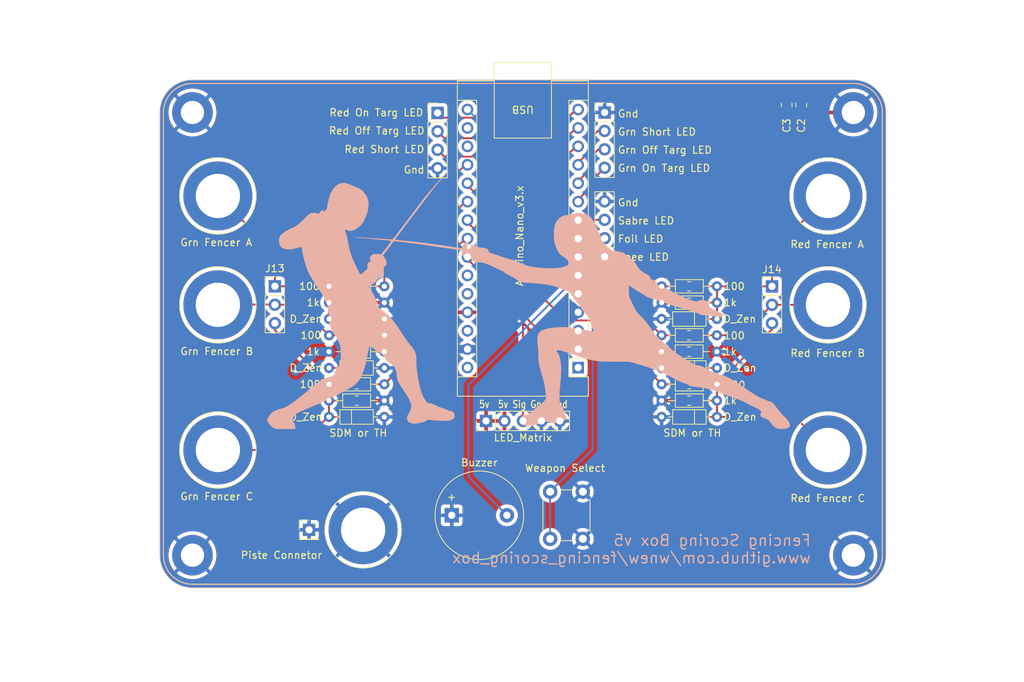
<source format=kicad_pcb>
(kicad_pcb (version 20240108) (generator "pcbnew") (generator_version "8.0")
  (layers (0 "F.Cu" signal) (31 "B.Cu" signal) (34 "B.Paste" user) (35 "F.Paste" user) (36 "B.SilkS" user "B.Silkscreen") (37 "F.SilkS" user "F.Silkscreen") (38 "B.Mask" user) (39 "F.Mask" user) (44 "Edge.Cuts" user))
  (net 0 "")
  (net 1 "Red_C")
  (net 2 "GND")
  (net 3 "Grn_B")
  (net 4 "Grn_C")
  (net 5 "Red_B")
  (net 6 "Red_A")
  (net 7 "Grn_A")
  (net 8 "VCC")
  (net 9 "buzzer")
  (net 10 "Red_Short_LED")
  (net 11 "Red_OffT_LED")
  (net 12 "Red_OnT_LED")
  (net 13 "Grn_OnT_LED")
  (net 14 "Grn_OffT_LED")
  (net 15 "Grn_Short_LED")
  (net 16 "button")
  (net 17 "display1")
  (net 19 "mode_led_epee")
  (net 23 "mode_led_foil")
  (net 27 "mode_led_sabre")
  (net 30 "Red_C_out")
  (net 31 "Red_A_out")
  (net 32 "Red_B_out")
  (net 33 "Grn_C_out")
  (net 34 "Grn_A_out")
  (net 35 "Grn_B_out")
  (footprint "MountingHole:MountingHole_3.2mm_M3_DIN965_Pad" (layer "F.Cu") (at 181.46 46.006)
    (property "Reference" "H3" (hide yes))
    (property "Value" "Mounting Hole" (hide yes))
    (pad "1" thru_hole circle (at 0 0) (size 5.6 5.6) (drill 3.2) (layers "*.Cu" "*.Mask") (net 2 "GND"))
  )
  (footprint "MountingHole:MountingHole_3.2mm_M3_DIN965_Pad" (layer "F.Cu") (at 90.46 107.006)
    (property "Reference" "H4" (hide yes))
    (property "Value" "Mounting Hole" (hide yes))
    (pad "1" thru_hole circle (at 0 0) (size 5.6 5.6) (drill 3.2) (layers "*.Cu" "*.Mask") (net 2 "GND"))
  )
  (footprint "my_library:resistor_THT_and_0805" (layer "F.Cu") (at 155.05 76.706)
    (property "Reference" "R21" (hide yes))
    (property "Value" "100" (at 10.01 0.05 0) (layer "F.SilkS"))
    (pad "1" thru_hole circle (at 0 0) (size 1.4 1.4) (drill 0.7) (layers "*.Cu" "*.Mask") (net 5 "Red_B"))
    (pad "1" smd roundrect (at 2.8 0) (size 1.2 1.4) (layers "F.Cu" "F.Paste" "F.Mask") (roundrect_rratio 0.208333) (net 5 "Red_B"))
    (pad "2" smd roundrect (at 4.8 0) (size 1.2 1.4) (layers "F.Cu" "F.Paste" "F.Mask") (roundrect_rratio 0.208333) (net 32 "Red_B_out"))
    (pad "2" thru_hole oval (at 7.62 0) (size 1.4 1.4) (drill 0.7) (layers "*.Cu" "*.Mask") (net 32 "Red_B_out"))
  )
  (footprint "my_library:resistor_THT_and_0805" (layer "F.Cu") (at 116.88 85.706 180)
    (property "Reference" "R10" (hide yes))
    (property "Value" "1k" (at 9.75 0 0) (layer "F.SilkS"))
    (pad "1" thru_hole circle (at 0 0 180) (size 1.4 1.4) (drill 0.7) (layers "*.Cu" "*.Mask") (net 2 "GND"))
    (pad "1" smd roundrect (at 2.8 0 180) (size 1.2 1.4) (layers "F.Cu" "F.Paste" "F.Mask") (roundrect_rratio 0.208333) (net 2 "GND"))
    (pad "2" smd roundrect (at 4.8 0 180) (size 1.2 1.4) (layers "F.Cu" "F.Paste" "F.Mask") (roundrect_rratio 0.208333) (net 33 "Grn_C_out"))
    (pad "2" thru_hole oval (at 7.62 0 180) (size 1.4 1.4) (drill 0.7) (layers "*.Cu" "*.Mask") (net 33 "Grn_C_out"))
  )
  (footprint "Connector_PinHeader_2.54mm:PinHeader_1x05_P2.54mm_Vertical" (layer "F.Cu") (at 130.885 88.506 90)
    (property "Reference" "J1" (hide yes))
    (property "Value" "LED_Matrix" (at -2.3 5.075 0) (layer "F.SilkS"))
    (pad "1" thru_hole rect (at 0 0 90) (size 1.7 1.7) (drill 1) (layers "*.Cu" "*.Mask") (net 8 "VCC"))
    (pad "2" thru_hole oval (at 0 2.54 90) (size 1.7 1.7) (drill 1) (layers "*.Cu" "*.Mask") (net 8 "VCC"))
    (pad "3" thru_hole oval (at 0 5.08 90) (size 1.7 1.7) (drill 1) (layers "*.Cu" "*.Mask") (net 17 "display1"))
    (pad "4" thru_hole oval (at 0 7.62 90) (size 1.7 1.7) (drill 1) (layers "*.Cu" "*.Mask") (net 2 "GND"))
    (pad "5" thru_hole oval (at 0 10.16 90) (size 1.7 1.7) (drill 1) (layers "*.Cu" "*.Mask") (net 2 "GND"))
  )
  (footprint "Connector_PinHeader_2.54mm:PinHeader_1x04_P2.54mm_Vertical" (layer "F.Cu") (at 124.21 46.066)
    (property "Reference" "J4" (hide yes))
    (property "Value" "Red LEDs" (hide yes))
    (pad "1" thru_hole rect (at 0 0) (size 1.7 1.7) (drill 1) (layers "*.Cu" "*.Mask") (net 12 "Red_OnT_LED"))
    (pad "2" thru_hole oval (at 0 2.54) (size 1.7 1.7) (drill 1) (layers "*.Cu" "*.Mask") (net 11 "Red_OffT_LED"))
    (pad "3" thru_hole oval (at 0 5.08) (size 1.7 1.7) (drill 1) (layers "*.Cu" "*.Mask") (net 10 "Red_Short_LED"))
    (pad "4" thru_hole oval (at 0 7.62) (size 1.7 1.7) (drill 1) (layers "*.Cu" "*.Mask") (net 2 "GND"))
  )
  (footprint "Connector_PinHeader_2.54mm:PinHeader_1x01_P2.54mm_Vertical" (layer "F.Cu") (at 106.51 103.506)
    (property "Reference" "J3" (hide yes))
    (property "Value" "Conn_01x01" (hide yes))
    (pad "1" thru_hole rect (at 0 0) (size 1.7 1.7) (drill 1) (layers "*.Cu" "*.Mask") (net 2 "GND"))
  )
  (footprint "my_library:resistor_THT_and_0805" (layer "F.Cu") (at 116.88 72.206 180)
    (property "Reference" "R11" (hide yes))
    (property "Value" "1k" (at 9.8 0 0) (layer "F.SilkS"))
    (pad "1" thru_hole circle (at 0 0 180) (size 1.4 1.4) (drill 0.7) (layers "*.Cu" "*.Mask") (net 2 "GND"))
    (pad "1" smd roundrect (at 2.8 0 180) (size 1.2 1.4) (layers "F.Cu" "F.Paste" "F.Mask") (roundrect_rratio 0.208333) (net 2 "GND"))
    (pad "2" smd roundrect (at 4.8 0 180) (size 1.2 1.4) (layers "F.Cu" "F.Paste" "F.Mask") (roundrect_rratio 0.208333) (net 34 "Grn_A_out"))
    (pad "2" thru_hole oval (at 7.62 0 180) (size 1.4 1.4) (drill 0.7) (layers "*.Cu" "*.Mask") (net 34 "Grn_A_out"))
  )
  (footprint "MountingHole:MountingHole_3.2mm_M3_DIN965_Pad" (layer "F.Cu") (at 90.46 46.006)
    (property "Reference" "H2" (hide yes))
    (property "Value" "Mounting Hole" (hide yes))
    (pad "1" thru_hole circle (at 0 0) (size 5.6 5.6) (drill 3.2) (layers "*.Cu" "*.Mask") (net 2 "GND"))
  )
  (footprint "my_library:diode_THT_and_1206" (layer "F.Cu") (at 162.68 87.956 180)
    (property "Reference" "D1" (hide yes))
    (property "Value" "D_Zen" (at -3.1925 0 0) (layer "F.SilkS"))
    (pad "1" thru_hole circle (at 0 0 180) (size 1.4 1.4) (drill 0.7) (layers "*.Cu" "*.Mask") (net 30 "Red_C_out"))
    (pad "1" smd roundrect (at 2.3225 0 180) (size 1.425 1.75) (layers "F.Cu" "F.Paste" "F.Mask") (roundrect_rratio 0.175439) (net 30 "Red_C_out"))
    (pad "2" smd roundrect (at 5.2975 0 180) (size 1.425 1.75) (layers "F.Cu" "F.Paste" "F.Mask") (roundrect_rratio 0.175439) (net 2 "GND"))
    (pad "2" thru_hole oval (at 7.62 0 180) (size 1.4 1.4) (drill 0.7) (layers "*.Cu" "*.Mask") (net 2 "GND"))
  )
  (footprint "Button_Switch_THT:SW_PUSH_6mm_H4.3mm" (layer "F.Cu") (at 139.71 104.756 90)
    (property "Reference" "SW1" (hide yes))
    (property "Value" "Weapon Select" (at 9.75 2.05 180) (layer "F.SilkS"))
    (pad "1" thru_hole circle (at 0 0 180) (size 2 2) (drill 1.1) (layers "*.Cu" "*.Mask") (net 16 "button"))
    (pad "1" thru_hole circle (at 6.5 0 180) (size 2 2) (drill 1.1) (layers "*.Cu" "*.Mask") (net 16 "button"))
    (pad "2" thru_hole circle (at 0 4.5 180) (size 2 2) (drill 1.1) (layers "*.Cu" "*.Mask") (net 2 "GND"))
    (pad "2" thru_hole circle (at 6.5 4.5 180) (size 2 2) (drill 1.1) (layers "*.Cu" "*.Mask") (net 2 "GND"))
  )
  (footprint "Module:Arduino_Nano" (layer "F.Cu") (at 143.57 81.156 180)
    (property "Reference" "A1" (hide yes))
    (property "Value" "Arduino_Nano_v3.x" (at 8.06 18.15 90) (layer "F.SilkS"))
    (fp_text user "USB" (at 7.62 35.56 180) (layer "F.SilkS"))
    (pad "1" thru_hole rect (at 0 0 180) (size 1.6 1.6) (drill 1) (layers "*.Cu" "*.Mask"))
    (pad "2" thru_hole oval (at 0 2.54 180) (size 1.6 1.6) (drill 1) (layers "*.Cu" "*.Mask"))
    (pad "3" thru_hole oval (at 0 5.08 180) (size 1.6 1.6) (drill 1) (layers "*.Cu" "*.Mask"))
    (pad "4" thru_hole oval (at 0 7.62 180) (size 1.6 1.6) (drill 1) (layers "*.Cu" "*.Mask") (net 2 "GND"))
    (pad "5" thru_hole oval (at 0 10.16 180) (size 1.6 1.6) (drill 1) (layers "*.Cu" "*.Mask") (net 16 "button"))
    (pad "6" thru_hole oval (at 0 12.7 180) (size 1.6 1.6) (drill 1) (layers "*.Cu" "*.Mask") (net 9 "buzzer"))
    (pad "7" thru_hole oval (at 0 15.24 180) (size 1.6 1.6) (drill 1) (layers "*.Cu" "*.Mask") (net 19 "mode_led_epee"))
    (pad "8" thru_hole oval (at 0 17.78 180) (size 1.6 1.6) (drill 1) (layers "*.Cu" "*.Mask") (net 23 "mode_led_foil"))
    (pad "9" thru_hole oval (at 0 20.32 180) (size 1.6 1.6) (drill 1) (layers "*.Cu" "*.Mask") (net 27 "mode_led_sabre"))
    (pad "10" thru_hole oval (at 0 22.86 180) (size 1.6 1.6) (drill 1) (layers "*.Cu" "*.Mask") (net 13 "Grn_OnT_LED"))
    (pad "11" thru_hole oval (at 0 25.4 180) (size 1.6 1.6) (drill 1) (layers "*.Cu" "*.Mask") (net 14 "Grn_OffT_LED"))
    (pad "12" thru_hole oval (at 0 27.94 180) (size 1.6 1.6) (drill 1) (layers "*.Cu" "*.Mask") (net 15 "Grn_Short_LED"))
    (pad "13" thru_hole oval (at 0 30.48 180) (size 1.6 1.6) (drill 1) (layers "*.Cu" "*.Mask") (net 10 "Red_Short_LED"))
    (pad "14" thru_hole oval (at 0 33.02 180) (size 1.6 1.6) (drill 1) (layers "*.Cu" "*.Mask") (net 11 "Red_OffT_LED"))
    (pad "15" thru_hole oval (at 0 35.56 180) (size 1.6 1.6) (drill 1) (layers "*.Cu" "*.Mask") (net 12 "Red_OnT_LED"))
    (pad "16" thru_hole oval (at 15.24 35.56 180) (size 1.6 1.6) (drill 1) (layers "*.Cu" "*.Mask") (net 17 "display1"))
    (pad "17" thru_hole oval (at 15.24 33.02 180) (size 1.6 1.6) (drill 1) (layers "*.Cu" "*.Mask"))
    (pad "18" thru_hole oval (at 15.24 30.48 180) (size 1.6 1.6) (drill 1) (layers "*.Cu" "*.Mask"))
    (pad "19" thru_hole oval (at 15.24 27.94 180) (size 1.6 1.6) (drill 1) (layers "*.Cu" "*.Mask") (net 7 "Grn_A"))
    (pad "20" thru_hole oval (at 15.24 25.4 180) (size 1.6 1.6) (drill 1) (layers "*.Cu" "*.Mask") (net 6 "Red_A"))
    (pad "21" thru_hole oval (at 15.24 22.86 180) (size 1.6 1.6) (drill 1) (layers "*.Cu" "*.Mask") (net 3 "Grn_B"))
    (pad "22" thru_hole oval (at 15.24 20.32 180) (size 1.6 1.6) (drill 1) (layers "*.Cu" "*.Mask") (net 5 "Red_B"))
    (pad "23" thru_hole oval (at 15.24 17.78 180) (size 1.6 1.6) (drill 1) (layers "*.Cu" "*.Mask") (net 4 "Grn_C"))
    (pad "24" thru_hole oval (at 15.24 15.24 180) (size 1.6 1.6) (drill 1) (layers "*.Cu" "*.Mask") (net 1 "Red_C"))
    (pad "25" thru_hole oval (at 15.24 12.7 180) (size 1.6 1.6) (drill 1) (layers "*.Cu" "*.Mask"))
    (pad "26" thru_hole oval (at 15.24 10.16 180) (size 1.6 1.6) (drill 1) (layers "*.Cu" "*.Mask"))
    (pad "27" thru_hole oval (at 15.24 7.62 180) (size 1.6 1.6) (drill 1) (layers "*.Cu" "*.Mask") (net 8 "VCC"))
    (pad "28" thru_hole oval (at 15.24 5.08 180) (size 1.6 1.6) (drill 1) (layers "*.Cu" "*.Mask"))
    (pad "29" thru_hole oval (at 15.24 2.54 180) (size 1.6 1.6) (drill 1) (layers "*.Cu" "*.Mask") (net 2 "GND"))
    (pad "30" thru_hole oval (at 15.24 0 180) (size 1.6 1.6) (drill 1) (layers "*.Cu" "*.Mask"))
  )
  (footprint "my_library:resistor_THT_and_0805" (layer "F.Cu") (at 116.88 83.456 180)
    (property "Reference" "R24" (hide yes))
    (property "Value" "100" (at 10.2 0 0) (layer "F.SilkS"))
    (pad "1" thru_hole circle (at 0 0 180) (size 1.4 1.4) (drill 0.7) (layers "*.Cu" "*.Mask") (net 4 "Grn_C"))
    (pad "1" smd roundrect (at 2.8 0 180) (size 1.2 1.4) (layers "F.Cu" "F.Paste" "F.Mask") (roundrect_rratio 0.208333) (net 4 "Grn_C"))
    (pad "2" smd roundrect (at 4.8 0 180) (size 1.2 1.4) (layers "F.Cu" "F.Paste" "F.Mask") (roundrect_rratio 0.208333) (net 33 "Grn_C_out"))
    (pad "2" thru_hole oval (at 7.62 0 180) (size 1.4 1.4) (drill 0.7) (layers "*.Cu" "*.Mask") (net 33 "Grn_C_out"))
  )
  (footprint "my_library:diode_THT_and_1206" (layer "F.Cu") (at 109.26 74.456)
    (property "Reference" "D5" (hide yes))
    (property "Value" "D_Zen" (at -3.18 0 0) (layer "F.SilkS"))
    (pad "1" thru_hole circle (at 0 0) (size 1.4 1.4) (drill 0.7) (layers "*.Cu" "*.Mask") (net 34 "Grn_A_out"))
    (pad "1" smd roundrect (at 2.3225 0) (size 1.425 1.75) (layers "F.Cu" "F.Paste" "F.Mask") (roundrect_rratio 0.175439) (net 34 "Grn_A_out"))
    (pad "2" smd roundrect (at 5.2975 0) (size 1.425 1.75) (layers "F.Cu" "F.Paste" "F.Mask") (roundrect_rratio 0.175439) (net 2 "GND"))
    (pad "2" thru_hole oval (at 7.62 0) (size 1.4 1.4) (drill 0.7) (layers "*.Cu" "*.Mask") (net 2 "GND"))
  )
  (footprint "my_library:resistor_THT_and_0805" (layer "F.Cu") (at 155.06 69.956)
    (property "Reference" "R19" (hide yes))
    (property "Value" "100" (at 10 0 0) (layer "F.SilkS"))
    (pad "1" thru_hole circle (at 0 0) (size 1.4 1.4) (drill 0.7) (layers "*.Cu" "*.Mask") (net 6 "Red_A"))
    (pad "1" smd roundrect (at 2.8 0) (size 1.2 1.4) (layers "F.Cu" "F.Paste" "F.Mask") (roundrect_rratio 0.208333) (net 6 "Red_A"))
    (pad "2" smd roundrect (at 4.8 0) (size 1.2 1.4) (layers "F.Cu" "F.Paste" "F.Mask") (roundrect_rratio 0.208333) (net 31 "Red_A_out"))
    (pad "2" thru_hole oval (at 7.62 0) (size 1.4 1.4) (drill 0.7) (layers "*.Cu" "*.Mask") (net 31 "Red_A_out"))
  )
  (footprint "Capacitor_SMD:C_0805_2012Metric_Pad1.18x1.45mm_HandSolder" (layer "F.Cu") (at 174.285 44.9785 -90)
    (property "Reference" "C2" (at 2.8375 0 90) (layer "F.SilkS"))
    (property "Value" "100n")
    (pad "1" smd roundrect (at -1.0375 0 270) (size 1.175 1.45) (layers "F.Cu" "F.Paste" "F.Mask") (roundrect_rratio 0.212766) (net 8 "VCC"))
    (pad "2" smd roundrect (at 1.0375 0 270) (size 1.175 1.45) (layers "F.Cu" "F.Paste" "F.Mask") (roundrect_rratio 0.212766) (net 2 "GND"))
  )
  (footprint "my_library:resistor_THT_and_0805" (layer "F.Cu") (at 155.06 83.456)
    (property "Reference" "R20" (hide yes))
    (property "Value" "100" (at 10.1 0.1 0) (layer "F.SilkS"))
    (pad "1" thru_hole circle (at 0 0) (size 1.4 1.4) (drill 0.7) (layers "*.Cu" "*.Mask") (net 1 "Red_C"))
    (pad "1" smd roundrect (at 2.8 0) (size 1.2 1.4) (layers "F.Cu" "F.Paste" "F.Mask") (roundrect_rratio 0.208333) (net 1 "Red_C"))
    (pad "2" smd roundrect (at 4.8 0) (size 1.2 1.4) (layers "F.Cu" "F.Paste" "F.Mask") (roundrect_rratio 0.208333) (net 30 "Red_C_out"))
    (pad "2" thru_hole oval (at 7.62 0) (size 1.4 1.4) (drill 0.7) (layers "*.Cu" "*.Mask") (net 30 "Red_C_out"))
  )
  (footprint "my_library:Fencing_conn" (layer "F.Cu") (at 93.96 57.506 -90)
    (property "Reference" "J11" (hide yes))
    (property "Value" "~")
    (pad "1" thru_hole circle (at 0 0 270) (size 9.5 9.5) (drill 6.1) (layers "*.Cu" "*.Mask") (net 34 "Grn_A_out"))
    (pad "2" thru_hole circle (at 15 0 270) (size 9.5 9.5) (drill 6.1) (layers "*.Cu" "*.Mask") (net 35 "Grn_B_out"))
    (pad "3" thru_hole circle (at 35 0 270) (size 9.5 9.5) (drill 6.1) (layers "*.Cu" "*.Mask") (net 33 "Grn_C_out"))
  )
  (footprint "Connector_PinHeader_2.54mm:PinHeader_1x03_P2.54mm_Vertical" (layer "F.Cu") (at 170.26 69.966)
    (property "Reference" "J14" (at 0 -2.33 0) (layer "F.SilkS"))
    (property "Value" "Red")
    (pad "1" thru_hole rect (at 0 0) (size 1.7 1.7) (drill 1) (layers "*.Cu" "*.Mask") (net 31 "Red_A_out"))
    (pad "2" thru_hole oval (at 0 2.54) (size 1.7 1.7) (drill 1) (layers "*.Cu" "*.Mask") (net 32 "Red_B_out"))
    (pad "3" thru_hole oval (at 0 5.08) (size 1.7 1.7) (drill 1) (layers "*.Cu" "*.Mask") (net 30 "Red_C_out"))
  )
  (footprint "my_library:Fencing_conn" (layer "F.Cu") (at 177.96 57.506 -90)
    (property "Reference" "J9" (hide yes))
    (property "Value" "~")
    (pad "1" thru_hole circle (at 0 0 270) (size 9.5 9.5) (drill 6.1) (layers "*.Cu" "*.Mask") (net 31 "Red_A_out"))
    (pad "2" thru_hole circle (at 15 0 270) (size 9.5 9.5) (drill 6.1) (layers "*.Cu" "*.Mask") (net 32 "Red_B_out"))
    (pad "3" thru_hole circle (at 35 0 270) (size 9.5 9.5) (drill 6.1) (layers "*.Cu" "*.Mask") (net 30 "Red_C_out"))
  )
  (footprint "my_library:diode_THT_and_1206" (layer "F.Cu") (at 109.2575 87.956)
    (property "Reference" "D4" (hide yes))
    (property "Value" "D_Zen" (at -3.1775 0 0) (layer "F.SilkS"))
    (pad "1" thru_hole circle (at 0 0) (size 1.4 1.4) (drill 0.7) (layers "*.Cu" "*.Mask") (net 33 "Grn_C_out"))
    (pad "1" smd roundrect (at 2.3225 0) (size 1.425 1.75) (layers "F.Cu" "F.Paste" "F.Mask") (roundrect_rratio 0.175439) (net 33 "Grn_C_out"))
    (pad "2" smd roundrect (at 5.2975 0) (size 1.425 1.75) (layers "F.Cu" "F.Paste" "F.Mask") (roundrect_rratio 0.175439) (net 2 "GND"))
    (pad "2" thru_hole oval (at 7.62 0) (size 1.4 1.4) (drill 0.7) (layers "*.Cu" "*.Mask") (net 2 "GND"))
  )
  (footprint "my_library:resistor_THT_and_0805" (layer "F.Cu") (at 116.89 76.706 180)
    (property "Reference" "R22" (hide yes))
    (property "Value" "100" (at 10.11 0 0) (layer "F.SilkS"))
    (pad "1" thru_hole circle (at 0 0 180) (size 1.4 1.4) (drill 0.7) (layers "*.Cu" "*.Mask") (net 3 "Grn_B"))
    (pad "1" smd roundrect (at 2.8 0 180) (size 1.2 1.4) (layers "F.Cu" "F.Paste" "F.Mask") (roundrect_rratio 0.208333) (net 3 "Grn_B"))
    (pad "2" smd roundrect (at 4.8 0 180) (size 1.2 1.4) (layers "F.Cu" "F.Paste" "F.Mask") (roundrect_rratio 0.208333) (net 35 "Grn_B_out"))
    (pad "2" thru_hole oval (at 7.62 0 180) (size 1.4 1.4) (drill 0.7) (layers "*.Cu" "*.Mask") (net 35 "Grn_B_out"))
  )
  (footprint "my_library:resistor_THT_and_0805" (layer "F.Cu") (at 116.88 69.956 180)
    (property "Reference" "R23" (hide yes))
    (property "Value" "100" (at 10.3 0 0) (layer "F.SilkS"))
    (pad "1" thru_hole circle (at 0 0 180) (size 1.4 1.4) (drill 0.7) (layers "*.Cu" "*.Mask") (net 7 "Grn_A"))
    (pad "1" smd roundrect (at 2.8 0 180) (size 1.2 1.4) (layers "F.Cu" "F.Paste" "F.Mask") (roundrect_rratio 0.208333) (net 7 "Grn_A"))
    (pad "2" smd roundrect (at 4.8 0 180) (size 1.2 1.4) (layers "F.Cu" "F.Paste" "F.Mask") (roundrect_rratio 0.208333) (net 34 "Grn_A_out"))
    (pad "2" thru_hole oval (at 7.62 0 180) (size 1.4 1.4) (drill 0.7) (layers "*.Cu" "*.Mask") (net 34 "Grn_A_out"))
  )
  (footprint "my_library:diode_THT_and_1206" (layer "F.Cu") (at 162.68 74.456 180)
    (property "Reference" "D2" (hide yes))
    (property "Value" "D_Zen" (at -3.13 0 0) (layer "F.SilkS"))
    (pad "1" thru_hole circle (at 0 0 180) (size 1.4 1.4) (drill 0.7) (layers "*.Cu" "*.Mask") (net 31 "Red_A_out"))
    (pad "1" smd roundrect (at 2.3225 0 180) (size 1.425 1.75) (layers "F.Cu" "F.Paste" "F.Mask") (roundrect_rratio 0.175439) (net 31 "Red_A_out"))
    (pad "2" smd roundrect (at 5.2975 0 180) (size 1.425 1.75) (layers "F.Cu" "F.Paste" "F.Mask") (roundrect_rratio 0.175439) (net 2 "GND"))
    (pad "2" thru_hole oval (at 7.62 0 180) (size 1.4 1.4) (drill 0.7) (layers "*.Cu" "*.Mask") (net 2 "GND"))
  )
  (footprint "my_library:diode_THT_and_1206" (layer "F.Cu") (at 162.68 81.206 180)
    (property "Reference" "D3" (hide yes))
    (property "Value" "D_Zen" (at -3.18 0 0) (layer "F.SilkS"))
    (pad "1" thru_hole circle (at 0 0 180) (size 1.4 1.4) (drill 0.7) (layers "*.Cu" "*.Mask") (net 32 "Red_B_out"))
    (pad "1" smd roundrect (at 2.3225 0 180) (size 1.425 1.75) (layers "F.Cu" "F.Paste" "F.Mask") (roundrect_rratio 0.175439) (net 32 "Red_B_out"))
    (pad "2" smd roundrect (at 5.2975 0 180) (size 1.425 1.75) (layers "F.Cu" "F.Paste" "F.Mask") (roundrect_rratio 0.175439) (net 2 "GND"))
    (pad "2" thru_hole oval (at 7.62 0 180) (size 1.4 1.4) (drill 0.7) (layers "*.Cu" "*.Mask") (net 2 "GND"))
  )
  (footprint "Buzzer_Beeper:Buzzer_12x9.5RM7.6" (layer "F.Cu") (at 126.16 101.506)
    (property "Reference" "BZ1" (hide yes))
    (property "Value" "Buzzer" (at 3.8 -7.25 0) (layer "F.SilkS"))
    (fp_text user "+" (at -0.01 -2.54 0) (layer "F.SilkS"))
    (pad "1" thru_hole rect (at 0 0) (size 2 2) (drill 1) (layers "*.Cu" "*.Mask") (net 2 "GND"))
    (pad "2" thru_hole circle (at 7.6 0) (size 2 2) (drill 1) (layers "*.Cu" "*.Mask") (net 9 "buzzer"))
  )
  (footprint "Capacitor_SMD:C_0805_2012Metric_Pad1.18x1.45mm_HandSolder" (layer "F.Cu") (at 172.275 44.9785 -90)
    (property "Reference" "C3" (at 2.8375 -0.01 90) (layer "F.SilkS"))
    (property "Value" "1u")
    (pad "1" smd roundrect (at -1.0375 0 270) (size 1.175 1.45) (layers "F.Cu" "F.Paste" "F.Mask") (roundrect_rratio 0.212766) (net 8 "VCC"))
    (pad "2" smd roundrect (at 1.0375 0 270) (size 1.175 1.45) (layers "F.Cu" "F.Paste" "F.Mask") (roundrect_rratio 0.212766) (net 2 "GND"))
  )
  (footprint "my_library:fencing_piste_conn" (layer "F.Cu") (at 113.96 103.506)
    (property "Reference" "H1" (hide yes))
    (property "Value" "Piste Connetor" (at -11.25 3.5 0) (layer "F.SilkS"))
    (pad "1" thru_hole circle (at 0 0) (size 9.5 9.5) (drill 6.1) (layers "*.Cu" "*.Mask") (net 2 "GND"))
  )
  (footprint "my_library:resistor_THT_and_0805" (layer "F.Cu") (at 162.66 78.956 180)
    (property "Reference" "R6" (hide yes))
    (property "Value" "1k" (at -1.85 0 0) (layer "F.SilkS"))
    (pad "1" thru_hole circle (at 0 0 180) (size 1.4 1.4) (drill 0.7) (layers "*.Cu" "*.Mask") (net 8 "VCC"))
    (pad "1" smd roundrect (at 2.8 0 180) (size 1.2 1.4) (layers "F.Cu" "F.Paste" "F.Mask") (roundrect_rratio 0.208333) (net 8 "VCC"))
    (pad "2" smd roundrect (at 4.8 0 180) (size 1.2 1.4) (layers "F.Cu" "F.Paste" "F.Mask") (roundrect_rratio 0.208333) (net 32 "Red_B_out"))
    (pad "2" thru_hole oval (at 7.62 0 180) (size 1.4 1.4) (drill 0.7) (layers "*.Cu" "*.Mask") (net 32 "Red_B_out"))
  )
  (footprint "Connector_PinHeader_2.54mm:PinHeader_1x04_P2.54mm_Vertical" (layer "F.Cu") (at 147.21 46.006)
    (property "Reference" "J10" (hide yes))
    (property "Value" "Grn LEDs" (hide yes))
    (pad "1" thru_hole rect (at 0 0) (size 1.7 1.7) (drill 1) (layers "*.Cu" "*.Mask") (net 2 "GND"))
    (pad "2" thru_hole oval (at 0 2.54) (size 1.7 1.7) (drill 1) (layers "*.Cu" "*.Mask") (net 15 "Grn_Short_LED"))
    (pad "3" thru_hole oval (at 0 5.08) (size 1.7 1.7) (drill 1) (layers "*.Cu" "*.Mask") (net 14 "Grn_OffT_LED"))
    (pad "4" thru_hole oval (at 0 7.62) (size 1.7 1.7) (drill 1) (layers "*.Cu" "*.Mask") (net 13 "Grn_OnT_LED"))
  )
  (footprint "my_library:resistor_THT_and_0805" (layer "F.Cu") (at 155.06 85.706)
    (property "Reference" "R3" (hide yes))
    (property "Value" "1k" (at 9.45 0 0) (layer "F.SilkS"))
    (pad "1" thru_hole circle (at 0 0) (size 1.4 1.4) (drill 0.7) (layers "*.Cu" "*.Mask") (net 2 "GND"))
    (pad "1" smd roundrect (at 2.8 0) (size 1.2 1.4) (layers "F.Cu" "F.Paste" "F.Mask") (roundrect_rratio 0.208333) (net 2 "GND"))
    (pad "2" smd roundrect (at 4.8 0) (size 1.2 1.4) (layers "F.Cu" "F.Paste" "F.Mask") (roundrect_rratio 0.208333) (net 30 "Red_C_out"))
    (pad "2" thru_hole oval (at 7.62 0) (size 1.4 1.4) (drill 0.7) (layers "*.Cu" "*.Mask") (net 30 "Red_C_out"))
  )
  (footprint "Connector_PinHeader_2.54mm:PinHeader_1x03_P2.54mm_Vertical" (layer "F.Cu") (at 101.81 69.956)
    (property "Reference" "J13" (at 0 -2.45 0) (layer "F.SilkS"))
    (property "Value" "Grn")
    (pad "1" thru_hole rect (at 0 0) (size 1.7 1.7) (drill 1) (layers "*.Cu" "*.Mask") (net 34 "Grn_A_out"))
    (pad "2" thru_hole oval (at 0 2.54) (size 1.7 1.7) (drill 1) (layers "*.Cu" "*.Mask") (net 35 "Grn_B_out"))
    (pad "3" thru_hole oval (at 0 5.08) (size 1.7 1.7) (drill 1) (layers "*.Cu" "*.Mask") (net 33 "Grn_C_out"))
  )
  (footprint "Connector_PinHeader_2.54mm:PinHeader_1x04_P2.54mm_Vertical" (layer "F.Cu") (at 147.21 65.876 180)
    (property "Reference" "J7" (hide yes))
    (property "Value" "Mode_LEDs" (hide yes))
    (pad "1" thru_hole rect (at 0 0 180) (size 1.7 1.7) (drill 1) (layers "*.Cu" "*.Mask") (net 19 "mode_led_epee"))
    (pad "2" thru_hole oval (at 0 2.54 180) (size 1.7 1.7) (drill 1) (layers "*.Cu" "*.Mask") (net 23 "mode_led_foil"))
    (pad "3" thru_hole oval (at 0 5.08 180) (size 1.7 1.7) (drill 1) (layers "*.Cu" "*.Mask") (net 27 "mode_led_sabre"))
    (pad "4" thru_hole oval (at 0 7.62 180) (size 1.7 1.7) (drill 1) (layers "*.Cu" "*.Mask") (net 2 "GND"))
  )
  (footprint "my_library:resistor_THT_and_0805" (layer "F.Cu") (at 155.06 72.206)
    (property "Reference" "R5" (hide yes))
    (property "Value" "1k" (at 9.45 0 0) (layer "F.SilkS"))
    (pad "1" thru_hole circle (at 0 0) (size 1.4 1.4) (drill 0.7) (layers "*.Cu" "*.Mask") (net 2 "GND"))
    (pad "1" smd roundrect (at 2.8 0) (size 1.2 1.4) (layers "F.Cu" "F.Paste" "F.Mask") (roundrect_rratio 0.208333) (net 2 "GND"))
    (pad "2" smd roundrect (at 4.8 0) (size 1.2 1.4) (layers "F.Cu" "F.Paste" "F.Mask") (roundrect_rratio 0.208333) (net 31 "Red_A_out"))
    (pad "2" thru_hole oval (at 7.62 0) (size 1.4 1.4) (drill 0.7) (layers "*.Cu" "*.Mask") (net 31 "Red_A_out"))
  )
  (footprint "my_library:diode_THT_and_1206" (layer "F.Cu") (at 109.26 81.206)
    (property "Reference" "D6" (hide yes))
    (property "Value" "D_Zen" (at -3.18 0 0) (layer "F.SilkS"))
    (pad "1" thru_hole circle (at 0 0) (size 1.4 1.4) (drill 0.7) (layers "*.Cu" "*.Mask") (net 35 "Grn_B_out"))
    (pad "1" smd roundrect (at 2.3225 0) (size 1.425 1.75) (layers "F.Cu" "F.Paste" "F.Mask") (roundrect_rratio 0.175439) (net 35 "Grn_B_out"))
    (pad "2" smd roundrect (at 5.2975 0) (size 1.425 1.75) (layers "F.Cu" "F.Paste" "F.Mask") (roundrect_rratio 0.175439) (net 2 "GND"))
    (pad "2" thru_hole oval (at 7.62 0) (size 1.4 1.4) (drill 0.7) (layers "*.Cu" "*.Mask") (net 2 "GND"))
  )
  (footprint "MountingHole:MountingHole_3.2mm_M3_DIN965_Pad" (layer "F.Cu") (at 181.46 107.006)
    (property "Reference" "H5" (hide yes))
    (property "Value" "Mounting Hole" (hide yes))
    (pad "1" thru_hole circle (at 0 0) (size 5.6 5.6) (drill 3.2) (layers "*.Cu" "*.Mask") (net 2 "GND"))
  )
  (footprint "my_library:resistor_THT_and_0805" (layer "F.Cu") (at 109.26 78.956)
    (property "Reference" "R12" (hide yes))
    (property "Value" "1k" (at -2.18 0 0) (layer "F.SilkS"))
    (pad "1" thru_hole circle (at 0 0) (size 1.4 1.4) (drill 0.7) (layers "*.Cu" "*.Mask") (net 8 "VCC"))
    (pad "1" smd roundrect (at 2.8 0) (size 1.2 1.4) (layers "F.Cu" "F.Paste" "F.Mask") (roundrect_rratio 0.208333) (net 8 "VCC"))
    (pad "2" smd roundrect (at 4.8 0) (size 1.2 1.4) (layers "F.Cu" "F.Paste" "F.Mask") (roundrect_rratio 0.208333) (net 35 "Grn_B_out"))
    (pad "2" thru_hole oval (at 7.62 0) (size 1.4 1.4) (drill 0.7) (layers "*.Cu" "*.Mask") (net 35 "Grn_B_out"))
  )
  (footprint "Graphics:Fencers_40mm_h" (layer "B.Cu") (at 135.37551 72.952782 180)
    (property "Reference" "G***" (hide yes))
    (property "Value" "LOGO" (hide yes))
  )
  (gr_arc (start 86.46 46.006) (mid 87.631573 43.177573) (end 90.46 42.006) (stroke (width 0.15)) (layer "B.SilkS"))
  (gr_line (start 185.46 46.006) (end 185.46 107.006) (stroke (width 0.15)) (layer "B.SilkS"))
  (gr_arc (start 90.46 111.006) (mid 87.631573 109.834427) (end 86.46 107.006) (stroke (width 0.15)) (layer "B.SilkS"))
  (gr_line (start 86.46 107.006) (end 86.46 46.006) (stroke (width 0.15)) (layer "B.SilkS"))
  (gr_line (start 90.46 42.006) (end 181.46 42.006) (stroke (width 0.15)) (layer "B.SilkS"))
  (gr_arc (start 185.46 107.006) (mid 184.288427 109.834427) (end 181.46 111.006) (stroke (width 0.15)) (layer "B.SilkS"))
  (gr_arc (start 181.46 42.006) (mid 184.288427 43.177573) (end 185.46 46.006) (stroke (width 0.15)) (layer "B.SilkS"))
  (gr_line (start 181.46 111.006) (end 90.46 111.006) (stroke (width 0.15)) (layer "B.SilkS"))
  (gr_line (start 185.46 46.006) (end 185.46 107.006) (stroke (width 0.15)) (layer "F.SilkS"))
  (gr_arc (start 185.46 107.006) (mid 184.288427 109.834427) (end 181.46 111.006) (stroke (width 0.15)) (layer "F.SilkS"))
  (gr_arc (start 86.46 46.006) (mid 87.631573 43.177573) (end 90.46 42.006) (stroke (width 0.15)) (layer "F.SilkS"))
  (gr_line (start 181.46 42.006) (end 145.21 42.006) (stroke (width 0.15)) (layer "F.SilkS"))
  (gr_line (start 181.46 111.006) (end 90.46 111.006) (stroke (width 0.15)) (layer "F.SilkS"))
  (gr_line (start 90.46 42.006) (end 126.71 42.006) (stroke (width 0.15)) (layer "F.SilkS"))
  (gr_arc (start 181.46 42.006) (mid 184.288427 43.177573) (end 185.46 46.006) (stroke (width 0.15)) (layer "F.SilkS"))
  (gr_arc (start 90.46 111.006) (mid 87.631573 109.834427) (end 86.46 107.006) (stroke (width 0.15)) (layer "F.SilkS"))
  (gr_line (start 86.46 107.006) (end 86.46 46.006) (stroke (width 0.15)) (layer "F.SilkS"))
  (gr_line (start 181.46 41.506) (end 90.46 41.506) (stroke (width 0.1)) (layer "Edge.Cuts"))
  (gr_arc (start 181.46 41.506) (mid 184.641981 42.824019) (end 185.96 46.006) (stroke (width 0.1)) (layer "Edge.Cuts"))
  (gr_line (start 90.46 111.506) (end 181.46 111.506) (stroke (width 0.1)) (layer "Edge.Cuts"))
  (gr_line (start 85.96 46.006) (end 85.96 107.006) (stroke (width 0.1)) (layer "Edge.Cuts"))
  (gr_arc (start 90.46 111.506) (mid 87.278019 110.187981) (end 85.96 107.006) (stroke (width 0.1)) (layer "Edge.Cuts"))
  (gr_arc (start 85.96 46.006) (mid 87.278019 42.824019) (end 90.46 41.506) (stroke (width 0.1)) (layer "Edge.Cuts"))
  (gr_arc (start 185.96 107.006) (mid 184.641981 110.187981) (end 181.46 111.506) (stroke (width 0.1)) (layer "Edge.Cuts"))
  (gr_line (start 185.96 107.006) (end 185.96 46.006) (stroke (width 0.1)) (layer "Edge.Cuts"))
  (gr_text "Fencing Scoring Box v5\nwww.github.com/wnew/fencing_scoring_box" (at 175.71 108.256 0) (layer "B.SilkS") (effects (font (size 1.5 1.5)) (justify left bottom mirror)))
  (gr_text "Grn Off Targ LED" (at 148.96 51.756 0) (layer "F.SilkS") (effects (font (size 1 1)) (justify left bottom)))
  (gr_text "Sabre LED" (at 148.96 61.506 0) (layer "F.SilkS") (effects (font (size 1 1)) (justify left bottom)))
  (gr_text "Grn On Targ LED" (at 148.96 54.256 0) (layer "F.SilkS") (effects (font (size 1 1)) (justify left bottom)))
  (gr_text "5v  5v Sig Gnd Gnd" (at 129.86 86.806 0) (layer "F.SilkS") (effects (font (size 1 0.8)) (justify left bottom)))
  (gr_text "Gnd" (at 148.96 46.756 0) (layer "F.SilkS") (effects (font (size 1 1)) (justify left bottom)))
  (gr_text "Red Fencer B" (at 172.71 79.756 0) (layer "F.SilkS") (effects (font (size 1 1)) (justify left bottom)))
  (gr_text "SDM or TH" (at 109.21 90.756 0) (layer "F.SilkS") (effects (font (size 1 1)) (justify left bottom)))
  (gr_text "Gnd" (at 148.96 59.006 0) (layer "F.SilkS") (effects (font (size 1 1)) (justify left bottom)))
  (gr_text "Grn Fencer B" (at 88.71 79.506 0) (layer "F.SilkS") (effects (font (size 1 1)) (justify left bottom)))
  (gr_text "SDM or TH" (at 155.21 90.756 0) (layer "F.SilkS") (effects (font (size 1 1)) (justify left bottom)))
  (gr_text "Foil LED" (at 148.96 64.006 0) (layer "F.SilkS") (effects (font (size 1 1)) (justify left bottom)))
  (gr_text "Red Short LED" (at 111.31 51.666 0) (layer "F.SilkS") (effects (font (size 1 1)) (justify left bottom)))
  (gr_text "Red Fencer A" (at 172.71 64.756 0) (layer "F.SilkS") (effects (font (size 1 1)) (justify left bottom)))
  (gr_text "Grn Fencer A" (at 88.71 64.506 0) (layer "F.SilkS") (effects (font (size 1 1)) (justify left bottom)))
  (gr_text "Epee LED" (at 148.96 66.506 0) (layer "F.SilkS") (effects (font (size 1 1)) (justify left bottom)))
  (gr_text "Grn Fencer C" (at 88.71 99.506 0) (layer "F.SilkS") (effects (font (size 1 1)) (justify left bottom)))
  (gr_text "Grn Short LED" (at 148.96 49.256 0) (layer "F.SilkS") (effects (font (size 1 1)) (justify left bottom)))
  (gr_text "Red Fencer C" (at 172.71 99.756 0) (layer "F.SilkS") (effects (font (size 1 1)) (justify left bottom)))
  (gr_text "Gnd" (at 119.47 54.496 0) (layer "F.SilkS") (effects (font (size 1 1)) (justify left bottom)))
  (gr_text "Red On Targ LED" (at 109.23 46.606 0) (layer "F.SilkS") (effects (font (size 1 1)) (justify left bottom)))
  (gr_text "Red Off Targ LED" (at 109.16 49.106 0) (layer "F.SilkS") (effects (font (size 1 1)) (justify left bottom)))
  (segment (start 128.03 65.916) (end 139.605 77.491) (width 0.25) (layer "F.Cu") (net 1))
  (segment (start 149.095 77.491) (end 155.06 83.456) (width 0.25) (layer "F.Cu") (net 1))
  (segment (start 155.06 83.456) (end 157.86 83.456) (width 0.25) (layer "F.Cu") (net 1))
  (segment (start 139.605 77.491) (end 149.095 77.491) (width 0.25) (layer "F.Cu") (net 1))
  (segment (start 174.285 46.016) (end 173.33 46.016) (width 0.5) (layer "F.Cu") (net 2))
  (segment (start 114.5575 74.456) (end 116.88 74.456) (width 0.5) (layer "F.Cu") (net 2))
  (segment (start 116.88 85.706) (end 114.08 85.706) (width 0.5) (layer "F.Cu") (net 2))
  (segment (start 114.555 87.956) (end 116.8775 87.956) (width 0.5) (layer "F.Cu") (net 2))
  (segment (start 173.33 46.016) (end 172.275 46.016) (width 0.5) (layer "F.Cu") (net 2))
  (segment (start 155.06 87.956) (end 157.3825 87.956) (width 0.5) (layer "F.Cu") (net 2))
  (segment (start 155.06 74.456) (end 157.3825 74.456) (width 0.5) (layer "F.Cu") (net 2))
  (segment (start 157.86 85.706) (end 155.06 85.706) (width 0.5) (layer "F.Cu") (net 2))
  (segment (start 174.285 46.016) (end 174.95 46.016) (width 0.5) (layer "F.Cu") (net 2))
  (segment (start 114.5575 81.206) (end 116.88 81.206) (width 0.5) (layer "F.Cu") (net 2))
  (segment (start 114.08 72.206) (end 116.88 72.206) (width 0.5) (layer "F.Cu") (net 2))
  (segment (start 174.95 46.016) (end 174.96 46.006) (width 0.5) (layer "F.Cu") (net 2))
  (segment (start 174.96 46.006) (end 181.46 46.006) (width 0.5) (layer "F.Cu") (net 2))
  (segment (start 157.3725 81.206) (end 155.05 81.206) (width 0.5) (layer "F.Cu") (net 2))
  (segment (start 157.86 72.206) (end 155.06 72.206) (width 0.5) (layer "F.Cu") (net 2))
  (segment (start 143.57 73.536) (end 142.74 72.706) (width 1.2) (layer "B.Cu") (net 2))
  (segment (start 143.57 73.536) (end 142.6 74.506) (width 1.2) (layer "B.Cu") (net 2))
  (segment (start 142.6 74.506) (end 141.56 74.506) (width 1.2) (layer "B.Cu") (net 2))
  (segment (start 141.33 73.536) (end 141.31 73.556) (width 1.2) (layer "B.Cu") (net 2))
  (segment (start 128.33 78.616) (end 130.25 78.616) (width 1.2) (layer "B.Cu") (net 2))
  (segment (start 126.32 78.616) (end 126.31 78.606) (width 1.2) (layer "B.Cu") (net 2))
  (segment (start 142.31 73.536) (end 141.33 73.536) (width 1.2) (layer "B.Cu") (net 2))
  (segment (start 142.74 72.706) (end 141.61 72.706) (width 1.2) (layer "B.Cu") (net 2))
  (segment (start 128.33 78.616) (end 126.32 78.616) (width 1.2) (layer "B.Cu") (net 2))
  (segment (start 116.89 76.706) (end 114.09 76.706) (width 0.25) (layer "F.Cu") (net 3))
  (segment (start 118.76 67.566) (end 128.03 58.296) (width 0.25) (layer "F.Cu") (net 3))
  (segment (start 118.76 74.836) (end 118.76 67.566) (width 0.25) (layer "F.Cu") (net 3))
  (segment (start 116.89 76.706) (end 118.76 74.836) (width 0.25) (layer "F.Cu") (net 3))
  (segment (start 119.96 80.376) (end 119.96 71.446) (width 0.25) (layer "F.Cu") (net 4))
  (segment (start 114.08 83.456) (end 116.88 83.456) (width 0.25) (layer "F.Cu") (net 4))
  (segment (start 116.88 83.456) (end 119.96 80.376) (width 0.25) (layer "F.Cu") (net 4))
  (segment (start 119.96 71.446) (end 128.03 63.376) (width 0.25) (layer "F.Cu") (net 4))
  (segment (start 141.855 74.661) (end 153.005 74.661) (width 0.25) (layer "F.Cu") (net 5))
  (segment (start 155.05 76.706) (end 157.85 76.706) (width 0.25) (layer "F.Cu") (net 5))
  (segment (start 153.005 74.661) (end 155.05 76.706) (width 0.25) (layer "F.Cu") (net 5))
  (segment (start 128.03 60.836) (end 141.855 74.661) (width 0.25) (layer "F.Cu") (net 5))
  (segment (start 155.06 69.956) (end 157.86 69.956) (width 0.25) (layer "F.Cu") (net 6))
  (segment (start 155.06 69.956) (end 154.975 69.871) (width 0.25) (layer "F.Cu") (net 6))
  (segment (start 142.145 69.871) (end 128.03 55.756) (width 0.25) (layer "F.Cu") (net 6))
  (segment (start 154.975 69.871) (end 142.145 69.871) (width 0.25) (layer "F.Cu") (net 6))
  (segment (start 116.885 67.406) (end 116.885 64.361) (width 0.25) (layer "F.Cu") (net 7))
  (segment (start 116.88 69.956) (end 116.88 67.411) (width 0.25) (layer "F.Cu") (net 7))
  (segment (start 114.08 69.956) (end 116.88 69.956) (width 0.25) (layer "F.Cu") (net 7))
  (segment (start 116.88 67.411) (end 116.885 67.406) (width 0.25) (layer "F.Cu") (net 7))
  (segment (start 116.885 64.361) (end 128.03 53.216) (width 0.25) (layer "F.Cu") (net 7))
  (segment (start 112.06 78.956) (end 109.26 78.956) (width 1.2) (layer "F.Cu") (net 8))
  (segment (start 159.86 78.956) (end 162.66 78.956) (width 1.2) (layer "F.Cu") (net 8))
  (via (at 166.91 81.506) (size 0.6) (drill 0.4) (layers "F.Cu" "B.Cu") (net 8))
  (via (at 104.66 81.706) (size 0.6) (drill 0.4) (layers "F.Cu" "B.Cu") (net 8))
  (segment (start 162.66 78.956) (end 164.36 78.956) (width 0.5) (layer "B.Cu") (net 8))
  (segment (start 164.36 78.956) (end 166.91 81.506) (width 0.5) (layer "B.Cu") (net 8))
  (segment (start 107.41 78.956) (end 104.66 81.706) (width 1.2) (layer "B.Cu") (net 8))
  (segment (start 109.26 78.956) (end 107.41 78.956) (width 1.2) (layer "B.Cu") (net 8))
  (segment (start 162.66 78.956) (end 162.66 78.986) (width 0.5) (layer "B.Cu") (net 8))
  (segment (start 128.46 96.206) (end 128.46 83.566) (width 0.25) (layer "B.Cu") (net 9))
  (segment (start 128.46 83.566) (end 143.57 68.456) (width 0.25) (layer "B.Cu") (net 9))
  (segment (start 133.76 101.506) (end 128.46 96.206) (width 0.25) (layer "B.Cu") (net 9))
  (segment (start 124.21 51.146) (end 125.155 52.091) (width 0.25) (layer "F.Cu") (net 10))
  (segment (start 125.155 52.091) (end 141.855 52.091) (width 0.25) (layer "F.Cu") (net 10))
  (segment (start 141.855 52.091) (end 143.27 50.676) (width 0.25) (layer "F.Cu") (net 10))
  (segment (start 141.855 49.551) (end 143.27 48.136) (width 0.25) (layer "F.Cu") (net 11))
  (segment (start 124.21 48.606) (end 125.155 49.551) (width 0.25) (layer "F.Cu") (net 11))
  (segment (start 125.155 49.551) (end 141.855 49.551) (width 0.25) (layer "F.Cu") (net 11))
  (segment (start 142.145 46.721) (end 124.865 46.721) (width 0.25) (layer "F.Cu") (net 12))
  (segment (start 124.865 46.721) (end 124.21 46.066) (width 0.25) (layer "F.Cu") (net 12))
  (segment (start 143.27 45.596) (end 142.145 46.721) (width 0.25) (layer "F.Cu") (net 12))
  (segment (start 147.21 53.626) (end 145.385 55.451) (width 0.25) (layer "F.Cu") (net 13))
  (segment (start 145.385 55.451) (end 145.385 56.181) (width 0.25) (layer "F.Cu") (net 13))
  (segment (start 145.385 56.181) (end 143.27 58.296) (width 0.25) (layer "F.Cu") (net 13))
  (segment (start 146.355 51.086) (end 147.21 51.086) (width 0.25) (layer "F.Cu") (net 14))
  (segment (start 145.61 53.416) (end 145.61 51.831) (width 0.25) (layer "F.Cu") (net 14))
  (segment (start 145.61 51.831) (end 146.355 51.086) (width 0.25) (layer "F.Cu") (net 14))
  (segment (start 143.27 55.756) (end 145.61 53.416) (width 0.25) (layer "F.Cu") (net 14))
  (segment (start 143.27 53.216) (end 145.26 51.226) (width 0.25) (layer "F.Cu") (net 15))
  (segment (start 145.26 51.226) (end 145.26 49.556) (width 0.25) (layer "F.Cu") (net 15))
  (segment (start 145.26 49.556) (end 146.27 48.546) (width 0.25) (layer "F.Cu") (net 15))
  (segment (start 146.27 48.546) (end 147.21 48.546) (width 0.25) (layer "F.Cu") (net 15))
  (segment (start 145.56 72.986) (end 143.57 70.996) (width 0.25) (layer "B.Cu") (net 16))
  (segment (start 139.71 104.756) (end 139.71 98.256) (width 0.25) (layer "B.Cu") (net 16))
  (segment (start 139.71 98.256) (end 145.56 92.406) (width 0.25) (layer "B.Cu") (net 16))
  (segment (start 145.56 92.406) (end 145.56 72.986) (width 0.25) (layer "B.Cu") (net 16))
  (segment (start 135.965 88.506) (end 135.965 75.261) (width 0.25) (layer "F.Cu") (net 17))
  (segment (start 135.965 75.261) (end 135.46 74.756) (width 0.25) (layer "F.Cu") (net 17))
  (via (at 135.46 74.756) (size 0.6) (drill 0.4) (layers "F.Cu" "B.Cu") (net 17))
  (segment (start 135.46 52.726) (end 128.33 45.596) (width 0.25) (layer "B.Cu") (net 17))
  (segment (start 135.46 74.756) (end 135.46 52.726) (width 0.25) (layer "B.Cu") (net 17))
  (segment (start 147.21 65.876) (end 143.61 65.876) (width 0.25) (layer "F.Cu") (net 19))
  (segment (start 143.61 65.876) (end 143.57 65.916) (width 0.25) (layer "F.Cu") (net 19))
  (segment (start 146.67 65.916) (end 147.21 65.376) (width 0.25) (layer "F.Cu") (net 19))
  (segment (start 147.21 63.336) (end 143.61 63.336) (width 0.25) (layer "F.Cu") (net 23))
  (segment (start 143.61 63.336) (end 143.57 63.376) (width 0.25) (layer "F.Cu") (net 23))
  (segment (start 143.81 62.836) (end 143.27 63.376) (width 0.25) (layer "F.Cu") (net 23))
  (segment (start 143.61 60.796) (end 143.57 60.836) (width 0.25) (layer "F.Cu") (net 27))
  (segment (start 143.81 60.296) (end 143.27 60.836) (width 0.25) (layer "F.Cu") (net 27))
  (segment (start 147.21 60.796) (end 143.61 60.796) (width 0.25) (layer "F.Cu") (net 27))
  (segment (start 162.68 83.456) (end 162.68 87.956) (width 0.25) (layer "F.Cu") (net 30))
  (segment (start 160.3575 87.956) (end 162.68 87.956) (width 0.25) (layer "F.Cu") (net 30))
  (segment (start 170.26 75.876) (end 162.68 83.456) (width 0.25) (layer "F.Cu") (net 30))
  (segment (start 170.26 75.046) (end 170.26 75.876) (width 0.25) (layer "F.Cu") (net 30))
  (segment (start 159.86 83.456) (end 162.68 83.456) (width 0.25) (layer "F.Cu") (net 30))
  (segment (start 162.68 87.956) (end 173.41 87.956) (width 0.25) (layer "F.Cu") (net 30))
  (segment (start 173.41 87.956) (end 177.96 92.506) (width 0.25) (layer "F.Cu") (net 30))
  (segment (start 162.68 85.706) (end 159.86 85.706) (width 0.25) (layer "F.Cu") (net 30))
  (segment (start 159.86 72.206) (end 162.68 72.206) (width 0.25) (layer "F.Cu") (net 31))
  (segment (start 162.68 69.956) (end 162.81 69.956) (width 0.25) (layer "F.Cu") (net 31))
  (segment (start 162.82 69.966) (end 170.26 69.966) (width 0.25) (layer "F.Cu") (net 31))
  (segment (start 170.26 65.206) (end 177.96 57.506) (width 0.25) (layer "F.Cu") (net 31))
  (segment (start 160.3575 74.456) (end 162.68 74.456) (width 0.25) (layer "F.Cu") (net 31))
  (segment (start 162.68 74.456) (end 162.68 69.956) (width 0.25) (layer "F.Cu") (net 31))
  (segment (start 159.86 69.956) (end 162.68 69.956) (width 0.25) (layer "F.Cu") (net 31))
  (segment (start 170.26 69.966) (end 170.26 65.206) (width 0.25) (layer "F.Cu") (net 31))
  (segment (start 162.81 69.956) (end 162.82 69.966) (width 0.25) (layer "F.Cu") (net 31))
  (segment (start 170.26 72.506) (end 177.96 72.506) (width 0.25) (layer "F.Cu") (net 32))
  (segment (start 155.04 78.956) (end 157.86 78.956) (width 0.25) (layer "F.Cu") (net 32))
  (segment (start 159.85 76.706) (end 162.67 76.706) (width 0.25) (layer "F.Cu") (net 32))
  (segment (start 159.85 76.706) (end 159.85 76.966) (width 0.25) (layer "F.Cu") (net 32))
  (segment (start 157.86 78.956) (end 158.0975 78.956) (width 0.25) (layer "F.Cu") (net 32))
  (segment (start 158.0975 78.956) (end 160.3475 81.206) (width 0.25) (layer "F.Cu") (net 32))
  (segment (start 162.67 76.706) (end 166.06 76.706) (width 0.25) (layer "F.Cu") (net 32))
  (segment (start 160.3475 81.206) (end 162.67 81.206) (width 0.25) (layer "F.Cu") (net 32))
  (segment (start 159.85 76.966) (end 157.86 78.956) (width 0.25) (layer "F.Cu") (net 32))
  (segment (start 166.06 76.706) (end 170.26 72.506) (width 0.25) (layer "F.Cu") (net 32))
  (segment (start 109.2575 87.956) (end 111.58 87.956) (width 0.25) (layer "F.Cu") (net 33))
  (segment (start 109.26 83.456) (end 109.26 85.706) (width 0.25) (layer "F.Cu") (net 33))
  (segment (start 101.81 76.006) (end 109.26 83.456) (width 0.25) (layer "F.Cu") (net 33))
  (segment (start 109.2575 87.956) (end 109.2575 85.7085) (width 0.25) (layer "F.Cu") (net 33))
  (segment (start 112.08 85.706) (end 109.26 85.706) (width 0.25) (layer "F.Cu") (net 33))
  (segment (start 101.81 75.036) (end 101.81 76.006) (width 0.25) (layer "F.Cu") (net 33))
  (segment (start 109.2575 87.956) (end 109.11 87.956) (width 0.25) (layer "F.Cu") (net 33))
  (segment (start 109.11 87.956) (end 104.56 92.506) (width 0.25) (layer "F.Cu") (net 33))
  (segment (start 109.2575 85.7085) (end 109.26 85.706) (width 0.25) (layer "F.Cu") (net 33))
  (segment (start 109.26 83.456) (end 112.08 83.456) (width 0.25) (layer "F.Cu") (net 33))
  (segment (start 104.56 92.506) (end 93.96 92.506) (width 0.25) (layer "F.Cu") (net 33))
  (segment (start 101.81 65.356) (end 101.81 69.956) (width 0.25) (layer "F.Cu") (net 34))
  (segment (start 109.26 72.206) (end 112.08 72.206) (width 0.25) (layer "F.Cu") (net 34))
  (segment (start 111.5825 74.456) (end 109.26 74.456) (width 0.25) (layer "F.Cu") (net 34))
  (segment (start 101.81 69.926) (end 101.81 69.886) (width 0.25) (layer "F.Cu") (net 34))
  (segment (start 109.26 74.456) (end 109.26 69.956) (width 0.25) (layer "F.Cu") (net 34))
  (segment (start 101.81 69.956) (end 109.26 69.956) (width 0.25) (layer "F.Cu") (net 34))
  (segment (start 112.08 69.956) (end 109.26 69.956) (width 0.25) (layer "F.Cu") (net 34))
  (segment (start 93.96 57.506) (end 101.81 65.356) (width 0.25) (layer "F.Cu") (net 34))
  (segment (start 112.09 76.706) (end 109.27 76.706) (width 0.25) (layer "F.Cu") (net 35))
  (segment (start 94 72.466) (end 93.96 72.506) (width 0.25) (layer "F.Cu") (net 35))
  (segment (start 112.09 76.986) (end 114.06 78.956) (width 0.25) (layer "F.Cu") (net 35))
  (segment (start 105.06 72.496) (end 109.27 76.706) (width 0.25) (layer "F.Cu") (net 35))
  (segment (start 109.26 81.206) (end 111.5825 81.206) (width 0.25) (layer "F.Cu") (net 35))
  (segment (start 114.06 78.956) (end 113.8325 78.956) (width 0.25) (layer "F.Cu") (net 35))
  (segment (start 113.8325 78.956) (end 111.5825 81.206) (width 0.25) (layer "F.Cu") (net 35))
  (segment (start 114.06 78.956) (end 116.88 78.956) (width 0.25) (layer "F.Cu") (net 35))
  (segment (start 101.81 72.496) (end 105.06 72.496) (width 0.25) (layer "F.Cu") (net 35))
  (segment (start 112.09 76.706) (end 112.09 76.986) (width 0.25) (layer "F.Cu") (net 35))
  (segment (start 101.81 72.466) (end 94 72.466) (width 0.25) (layer "F.Cu") (net 35))
  (zone (net 8) (net_name "VCC") (layer "F.Cu") (connect_pads (clearance 0.508)) (min_thickness 0.25) (fill yes (thermal_gap 0.5) (thermal_bridge_width 0.5))
    (polygon (pts (xy 69.96 34.506) (xy 66.96 120.506) (xy 200.96 120.506) (xy 199.96 33.506)))
  )
  (zone (net 2) (net_name "GND") (layer "B.Cu") (priority 1) (connect_pads (clearance 0.508)) (min_thickness 0.25) (fill yes (thermal_gap 0.5) (thermal_bridge_width 0.5))
    (polygon (pts (xy 201.96 31.506) (xy 66.96 30.506) (xy 63.96 124.506) (xy 204.96 123.506)))
  )
)
</source>
